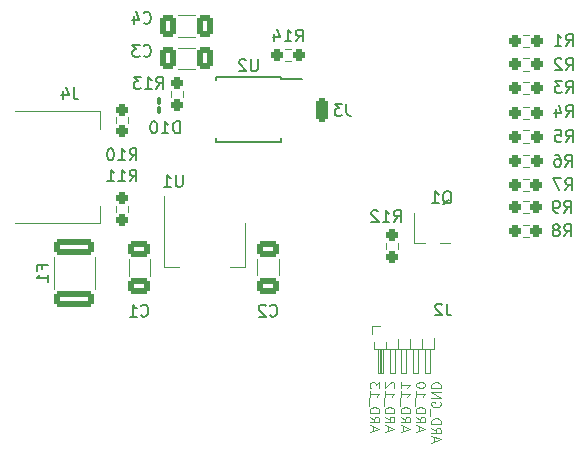
<source format=gbo>
G04 #@! TF.GenerationSoftware,KiCad,Pcbnew,7.0.9*
G04 #@! TF.CreationDate,2023-11-26T00:11:53+01:00*
G04 #@! TF.ProjectId,v1,76312e6b-6963-4616-945f-706362585858,rev?*
G04 #@! TF.SameCoordinates,Original*
G04 #@! TF.FileFunction,Legend,Bot*
G04 #@! TF.FilePolarity,Positive*
%FSLAX46Y46*%
G04 Gerber Fmt 4.6, Leading zero omitted, Abs format (unit mm)*
G04 Created by KiCad (PCBNEW 7.0.9) date 2023-11-26 00:11:53*
%MOMM*%
%LPD*%
G01*
G04 APERTURE LIST*
G04 Aperture macros list*
%AMRoundRect*
0 Rectangle with rounded corners*
0 $1 Rounding radius*
0 $2 $3 $4 $5 $6 $7 $8 $9 X,Y pos of 4 corners*
0 Add a 4 corners polygon primitive as box body*
4,1,4,$2,$3,$4,$5,$6,$7,$8,$9,$2,$3,0*
0 Add four circle primitives for the rounded corners*
1,1,$1+$1,$2,$3*
1,1,$1+$1,$4,$5*
1,1,$1+$1,$6,$7*
1,1,$1+$1,$8,$9*
0 Add four rect primitives between the rounded corners*
20,1,$1+$1,$2,$3,$4,$5,0*
20,1,$1+$1,$4,$5,$6,$7,0*
20,1,$1+$1,$6,$7,$8,$9,0*
20,1,$1+$1,$8,$9,$2,$3,0*%
G04 Aperture macros list end*
%ADD10C,0.100000*%
%ADD11C,0.150000*%
%ADD12C,0.120000*%
%ADD13R,0.850000X0.850000*%
%ADD14O,0.850000X0.850000*%
%ADD15R,1.000000X1.400000*%
%ADD16RoundRect,0.250000X-0.650000X0.412500X-0.650000X-0.412500X0.650000X-0.412500X0.650000X0.412500X0*%
%ADD17RoundRect,0.237500X-0.237500X0.250000X-0.237500X-0.250000X0.237500X-0.250000X0.237500X0.250000X0*%
%ADD18RoundRect,0.250000X-0.412500X-0.650000X0.412500X-0.650000X0.412500X0.650000X-0.412500X0.650000X0*%
%ADD19RoundRect,0.237500X-0.250000X-0.237500X0.250000X-0.237500X0.250000X0.237500X-0.250000X0.237500X0*%
%ADD20R,1.500000X2.000000*%
%ADD21R,3.800000X2.000000*%
%ADD22RoundRect,0.250000X-1.450000X0.400000X-1.450000X-0.400000X1.450000X-0.400000X1.450000X0.400000X0*%
%ADD23RoundRect,0.237500X0.237500X-0.250000X0.237500X0.250000X-0.237500X0.250000X-0.237500X-0.250000X0*%
%ADD24RoundRect,0.250000X0.250000X0.750000X-0.250000X0.750000X-0.250000X-0.750000X0.250000X-0.750000X0*%
%ADD25RoundRect,0.250000X0.650000X-0.412500X0.650000X0.412500X-0.650000X0.412500X-0.650000X-0.412500X0*%
%ADD26RoundRect,0.100000X0.100000X-0.217500X0.100000X0.217500X-0.100000X0.217500X-0.100000X-0.217500X0*%
%ADD27RoundRect,0.237500X0.250000X0.237500X-0.250000X0.237500X-0.250000X-0.237500X0.250000X-0.237500X0*%
%ADD28R,1.700000X0.650000*%
%ADD29C,0.650000*%
%ADD30O,0.650000X0.950000*%
%ADD31R,0.700000X0.300000*%
%ADD32O,1.400000X0.800000*%
G04 APERTURE END LIST*
D10*
X153951676Y-123632456D02*
X153951676Y-123251503D01*
X153723104Y-123708646D02*
X154523104Y-123441979D01*
X154523104Y-123441979D02*
X153723104Y-123175313D01*
X153723104Y-122451503D02*
X154104057Y-122718170D01*
X153723104Y-122908646D02*
X154523104Y-122908646D01*
X154523104Y-122908646D02*
X154523104Y-122603884D01*
X154523104Y-122603884D02*
X154485009Y-122527694D01*
X154485009Y-122527694D02*
X154446914Y-122489599D01*
X154446914Y-122489599D02*
X154370723Y-122451503D01*
X154370723Y-122451503D02*
X154256438Y-122451503D01*
X154256438Y-122451503D02*
X154180247Y-122489599D01*
X154180247Y-122489599D02*
X154142152Y-122527694D01*
X154142152Y-122527694D02*
X154104057Y-122603884D01*
X154104057Y-122603884D02*
X154104057Y-122908646D01*
X153723104Y-122108646D02*
X154523104Y-122108646D01*
X154523104Y-122108646D02*
X154523104Y-121918170D01*
X154523104Y-121918170D02*
X154485009Y-121803884D01*
X154485009Y-121803884D02*
X154408819Y-121727694D01*
X154408819Y-121727694D02*
X154332628Y-121689599D01*
X154332628Y-121689599D02*
X154180247Y-121651503D01*
X154180247Y-121651503D02*
X154065961Y-121651503D01*
X154065961Y-121651503D02*
X153913580Y-121689599D01*
X153913580Y-121689599D02*
X153837390Y-121727694D01*
X153837390Y-121727694D02*
X153761200Y-121803884D01*
X153761200Y-121803884D02*
X153723104Y-121918170D01*
X153723104Y-121918170D02*
X153723104Y-122108646D01*
X153646914Y-121499123D02*
X153646914Y-120889599D01*
X153723104Y-120280075D02*
X153723104Y-120737218D01*
X153723104Y-120508646D02*
X154523104Y-120508646D01*
X154523104Y-120508646D02*
X154408819Y-120584837D01*
X154408819Y-120584837D02*
X154332628Y-120661027D01*
X154332628Y-120661027D02*
X154294533Y-120737218D01*
X154446914Y-119975313D02*
X154485009Y-119937217D01*
X154485009Y-119937217D02*
X154523104Y-119861027D01*
X154523104Y-119861027D02*
X154523104Y-119670551D01*
X154523104Y-119670551D02*
X154485009Y-119594360D01*
X154485009Y-119594360D02*
X154446914Y-119556265D01*
X154446914Y-119556265D02*
X154370723Y-119518170D01*
X154370723Y-119518170D02*
X154294533Y-119518170D01*
X154294533Y-119518170D02*
X154180247Y-119556265D01*
X154180247Y-119556265D02*
X153723104Y-120013408D01*
X153723104Y-120013408D02*
X153723104Y-119518170D01*
X155270476Y-123632456D02*
X155270476Y-123251503D01*
X155041904Y-123708646D02*
X155841904Y-123441979D01*
X155841904Y-123441979D02*
X155041904Y-123175313D01*
X155041904Y-122451503D02*
X155422857Y-122718170D01*
X155041904Y-122908646D02*
X155841904Y-122908646D01*
X155841904Y-122908646D02*
X155841904Y-122603884D01*
X155841904Y-122603884D02*
X155803809Y-122527694D01*
X155803809Y-122527694D02*
X155765714Y-122489599D01*
X155765714Y-122489599D02*
X155689523Y-122451503D01*
X155689523Y-122451503D02*
X155575238Y-122451503D01*
X155575238Y-122451503D02*
X155499047Y-122489599D01*
X155499047Y-122489599D02*
X155460952Y-122527694D01*
X155460952Y-122527694D02*
X155422857Y-122603884D01*
X155422857Y-122603884D02*
X155422857Y-122908646D01*
X155041904Y-122108646D02*
X155841904Y-122108646D01*
X155841904Y-122108646D02*
X155841904Y-121918170D01*
X155841904Y-121918170D02*
X155803809Y-121803884D01*
X155803809Y-121803884D02*
X155727619Y-121727694D01*
X155727619Y-121727694D02*
X155651428Y-121689599D01*
X155651428Y-121689599D02*
X155499047Y-121651503D01*
X155499047Y-121651503D02*
X155384761Y-121651503D01*
X155384761Y-121651503D02*
X155232380Y-121689599D01*
X155232380Y-121689599D02*
X155156190Y-121727694D01*
X155156190Y-121727694D02*
X155080000Y-121803884D01*
X155080000Y-121803884D02*
X155041904Y-121918170D01*
X155041904Y-121918170D02*
X155041904Y-122108646D01*
X154965714Y-121499123D02*
X154965714Y-120889599D01*
X155041904Y-120280075D02*
X155041904Y-120737218D01*
X155041904Y-120508646D02*
X155841904Y-120508646D01*
X155841904Y-120508646D02*
X155727619Y-120584837D01*
X155727619Y-120584837D02*
X155651428Y-120661027D01*
X155651428Y-120661027D02*
X155613333Y-120737218D01*
X155041904Y-119518170D02*
X155041904Y-119975313D01*
X155041904Y-119746741D02*
X155841904Y-119746741D01*
X155841904Y-119746741D02*
X155727619Y-119822932D01*
X155727619Y-119822932D02*
X155651428Y-119899122D01*
X155651428Y-119899122D02*
X155613333Y-119975313D01*
X156570476Y-123632456D02*
X156570476Y-123251503D01*
X156341904Y-123708646D02*
X157141904Y-123441979D01*
X157141904Y-123441979D02*
X156341904Y-123175313D01*
X156341904Y-122451503D02*
X156722857Y-122718170D01*
X156341904Y-122908646D02*
X157141904Y-122908646D01*
X157141904Y-122908646D02*
X157141904Y-122603884D01*
X157141904Y-122603884D02*
X157103809Y-122527694D01*
X157103809Y-122527694D02*
X157065714Y-122489599D01*
X157065714Y-122489599D02*
X156989523Y-122451503D01*
X156989523Y-122451503D02*
X156875238Y-122451503D01*
X156875238Y-122451503D02*
X156799047Y-122489599D01*
X156799047Y-122489599D02*
X156760952Y-122527694D01*
X156760952Y-122527694D02*
X156722857Y-122603884D01*
X156722857Y-122603884D02*
X156722857Y-122908646D01*
X156341904Y-122108646D02*
X157141904Y-122108646D01*
X157141904Y-122108646D02*
X157141904Y-121918170D01*
X157141904Y-121918170D02*
X157103809Y-121803884D01*
X157103809Y-121803884D02*
X157027619Y-121727694D01*
X157027619Y-121727694D02*
X156951428Y-121689599D01*
X156951428Y-121689599D02*
X156799047Y-121651503D01*
X156799047Y-121651503D02*
X156684761Y-121651503D01*
X156684761Y-121651503D02*
X156532380Y-121689599D01*
X156532380Y-121689599D02*
X156456190Y-121727694D01*
X156456190Y-121727694D02*
X156380000Y-121803884D01*
X156380000Y-121803884D02*
X156341904Y-121918170D01*
X156341904Y-121918170D02*
X156341904Y-122108646D01*
X156265714Y-121499123D02*
X156265714Y-120889599D01*
X156341904Y-120280075D02*
X156341904Y-120737218D01*
X156341904Y-120508646D02*
X157141904Y-120508646D01*
X157141904Y-120508646D02*
X157027619Y-120584837D01*
X157027619Y-120584837D02*
X156951428Y-120661027D01*
X156951428Y-120661027D02*
X156913333Y-120737218D01*
X157141904Y-119784836D02*
X157141904Y-119708646D01*
X157141904Y-119708646D02*
X157103809Y-119632455D01*
X157103809Y-119632455D02*
X157065714Y-119594360D01*
X157065714Y-119594360D02*
X156989523Y-119556265D01*
X156989523Y-119556265D02*
X156837142Y-119518170D01*
X156837142Y-119518170D02*
X156646666Y-119518170D01*
X156646666Y-119518170D02*
X156494285Y-119556265D01*
X156494285Y-119556265D02*
X156418095Y-119594360D01*
X156418095Y-119594360D02*
X156380000Y-119632455D01*
X156380000Y-119632455D02*
X156341904Y-119708646D01*
X156341904Y-119708646D02*
X156341904Y-119784836D01*
X156341904Y-119784836D02*
X156380000Y-119861027D01*
X156380000Y-119861027D02*
X156418095Y-119899122D01*
X156418095Y-119899122D02*
X156494285Y-119937217D01*
X156494285Y-119937217D02*
X156646666Y-119975313D01*
X156646666Y-119975313D02*
X156837142Y-119975313D01*
X156837142Y-119975313D02*
X156989523Y-119937217D01*
X156989523Y-119937217D02*
X157065714Y-119899122D01*
X157065714Y-119899122D02*
X157103809Y-119861027D01*
X157103809Y-119861027D02*
X157141904Y-119784836D01*
X152670476Y-123632456D02*
X152670476Y-123251503D01*
X152441904Y-123708646D02*
X153241904Y-123441979D01*
X153241904Y-123441979D02*
X152441904Y-123175313D01*
X152441904Y-122451503D02*
X152822857Y-122718170D01*
X152441904Y-122908646D02*
X153241904Y-122908646D01*
X153241904Y-122908646D02*
X153241904Y-122603884D01*
X153241904Y-122603884D02*
X153203809Y-122527694D01*
X153203809Y-122527694D02*
X153165714Y-122489599D01*
X153165714Y-122489599D02*
X153089523Y-122451503D01*
X153089523Y-122451503D02*
X152975238Y-122451503D01*
X152975238Y-122451503D02*
X152899047Y-122489599D01*
X152899047Y-122489599D02*
X152860952Y-122527694D01*
X152860952Y-122527694D02*
X152822857Y-122603884D01*
X152822857Y-122603884D02*
X152822857Y-122908646D01*
X152441904Y-122108646D02*
X153241904Y-122108646D01*
X153241904Y-122108646D02*
X153241904Y-121918170D01*
X153241904Y-121918170D02*
X153203809Y-121803884D01*
X153203809Y-121803884D02*
X153127619Y-121727694D01*
X153127619Y-121727694D02*
X153051428Y-121689599D01*
X153051428Y-121689599D02*
X152899047Y-121651503D01*
X152899047Y-121651503D02*
X152784761Y-121651503D01*
X152784761Y-121651503D02*
X152632380Y-121689599D01*
X152632380Y-121689599D02*
X152556190Y-121727694D01*
X152556190Y-121727694D02*
X152480000Y-121803884D01*
X152480000Y-121803884D02*
X152441904Y-121918170D01*
X152441904Y-121918170D02*
X152441904Y-122108646D01*
X152365714Y-121499123D02*
X152365714Y-120889599D01*
X152441904Y-120280075D02*
X152441904Y-120737218D01*
X152441904Y-120508646D02*
X153241904Y-120508646D01*
X153241904Y-120508646D02*
X153127619Y-120584837D01*
X153127619Y-120584837D02*
X153051428Y-120661027D01*
X153051428Y-120661027D02*
X153013333Y-120737218D01*
X153241904Y-120013408D02*
X153241904Y-119518170D01*
X153241904Y-119518170D02*
X152937142Y-119784836D01*
X152937142Y-119784836D02*
X152937142Y-119670551D01*
X152937142Y-119670551D02*
X152899047Y-119594360D01*
X152899047Y-119594360D02*
X152860952Y-119556265D01*
X152860952Y-119556265D02*
X152784761Y-119518170D01*
X152784761Y-119518170D02*
X152594285Y-119518170D01*
X152594285Y-119518170D02*
X152518095Y-119556265D01*
X152518095Y-119556265D02*
X152480000Y-119594360D01*
X152480000Y-119594360D02*
X152441904Y-119670551D01*
X152441904Y-119670551D02*
X152441904Y-119899122D01*
X152441904Y-119899122D02*
X152480000Y-119975313D01*
X152480000Y-119975313D02*
X152518095Y-120013408D01*
X157870476Y-124546741D02*
X157870476Y-124165788D01*
X157641904Y-124622931D02*
X158441904Y-124356264D01*
X158441904Y-124356264D02*
X157641904Y-124089598D01*
X157641904Y-123365788D02*
X158022857Y-123632455D01*
X157641904Y-123822931D02*
X158441904Y-123822931D01*
X158441904Y-123822931D02*
X158441904Y-123518169D01*
X158441904Y-123518169D02*
X158403809Y-123441979D01*
X158403809Y-123441979D02*
X158365714Y-123403884D01*
X158365714Y-123403884D02*
X158289523Y-123365788D01*
X158289523Y-123365788D02*
X158175238Y-123365788D01*
X158175238Y-123365788D02*
X158099047Y-123403884D01*
X158099047Y-123403884D02*
X158060952Y-123441979D01*
X158060952Y-123441979D02*
X158022857Y-123518169D01*
X158022857Y-123518169D02*
X158022857Y-123822931D01*
X157641904Y-123022931D02*
X158441904Y-123022931D01*
X158441904Y-123022931D02*
X158441904Y-122832455D01*
X158441904Y-122832455D02*
X158403809Y-122718169D01*
X158403809Y-122718169D02*
X158327619Y-122641979D01*
X158327619Y-122641979D02*
X158251428Y-122603884D01*
X158251428Y-122603884D02*
X158099047Y-122565788D01*
X158099047Y-122565788D02*
X157984761Y-122565788D01*
X157984761Y-122565788D02*
X157832380Y-122603884D01*
X157832380Y-122603884D02*
X157756190Y-122641979D01*
X157756190Y-122641979D02*
X157680000Y-122718169D01*
X157680000Y-122718169D02*
X157641904Y-122832455D01*
X157641904Y-122832455D02*
X157641904Y-123022931D01*
X157565714Y-122413408D02*
X157565714Y-121803884D01*
X158403809Y-121194360D02*
X158441904Y-121270550D01*
X158441904Y-121270550D02*
X158441904Y-121384836D01*
X158441904Y-121384836D02*
X158403809Y-121499122D01*
X158403809Y-121499122D02*
X158327619Y-121575312D01*
X158327619Y-121575312D02*
X158251428Y-121613407D01*
X158251428Y-121613407D02*
X158099047Y-121651503D01*
X158099047Y-121651503D02*
X157984761Y-121651503D01*
X157984761Y-121651503D02*
X157832380Y-121613407D01*
X157832380Y-121613407D02*
X157756190Y-121575312D01*
X157756190Y-121575312D02*
X157680000Y-121499122D01*
X157680000Y-121499122D02*
X157641904Y-121384836D01*
X157641904Y-121384836D02*
X157641904Y-121308645D01*
X157641904Y-121308645D02*
X157680000Y-121194360D01*
X157680000Y-121194360D02*
X157718095Y-121156264D01*
X157718095Y-121156264D02*
X157984761Y-121156264D01*
X157984761Y-121156264D02*
X157984761Y-121308645D01*
X157641904Y-120813407D02*
X158441904Y-120813407D01*
X158441904Y-120813407D02*
X157641904Y-120356264D01*
X157641904Y-120356264D02*
X158441904Y-120356264D01*
X157641904Y-119975312D02*
X158441904Y-119975312D01*
X158441904Y-119975312D02*
X158441904Y-119784836D01*
X158441904Y-119784836D02*
X158403809Y-119670550D01*
X158403809Y-119670550D02*
X158327619Y-119594360D01*
X158327619Y-119594360D02*
X158251428Y-119556265D01*
X158251428Y-119556265D02*
X158099047Y-119518169D01*
X158099047Y-119518169D02*
X157984761Y-119518169D01*
X157984761Y-119518169D02*
X157832380Y-119556265D01*
X157832380Y-119556265D02*
X157756190Y-119594360D01*
X157756190Y-119594360D02*
X157680000Y-119670550D01*
X157680000Y-119670550D02*
X157641904Y-119784836D01*
X157641904Y-119784836D02*
X157641904Y-119975312D01*
D11*
X158953333Y-112854819D02*
X158953333Y-113569104D01*
X158953333Y-113569104D02*
X159000952Y-113711961D01*
X159000952Y-113711961D02*
X159096190Y-113807200D01*
X159096190Y-113807200D02*
X159239047Y-113854819D01*
X159239047Y-113854819D02*
X159334285Y-113854819D01*
X158524761Y-112950057D02*
X158477142Y-112902438D01*
X158477142Y-112902438D02*
X158381904Y-112854819D01*
X158381904Y-112854819D02*
X158143809Y-112854819D01*
X158143809Y-112854819D02*
X158048571Y-112902438D01*
X158048571Y-112902438D02*
X158000952Y-112950057D01*
X158000952Y-112950057D02*
X157953333Y-113045295D01*
X157953333Y-113045295D02*
X157953333Y-113140533D01*
X157953333Y-113140533D02*
X158000952Y-113283390D01*
X158000952Y-113283390D02*
X158572380Y-113854819D01*
X158572380Y-113854819D02*
X157953333Y-113854819D01*
X158615238Y-104450057D02*
X158710476Y-104402438D01*
X158710476Y-104402438D02*
X158805714Y-104307200D01*
X158805714Y-104307200D02*
X158948571Y-104164342D01*
X158948571Y-104164342D02*
X159043809Y-104116723D01*
X159043809Y-104116723D02*
X159139047Y-104116723D01*
X159091428Y-104354819D02*
X159186666Y-104307200D01*
X159186666Y-104307200D02*
X159281904Y-104211961D01*
X159281904Y-104211961D02*
X159329523Y-104021485D01*
X159329523Y-104021485D02*
X159329523Y-103688152D01*
X159329523Y-103688152D02*
X159281904Y-103497676D01*
X159281904Y-103497676D02*
X159186666Y-103402438D01*
X159186666Y-103402438D02*
X159091428Y-103354819D01*
X159091428Y-103354819D02*
X158900952Y-103354819D01*
X158900952Y-103354819D02*
X158805714Y-103402438D01*
X158805714Y-103402438D02*
X158710476Y-103497676D01*
X158710476Y-103497676D02*
X158662857Y-103688152D01*
X158662857Y-103688152D02*
X158662857Y-104021485D01*
X158662857Y-104021485D02*
X158710476Y-104211961D01*
X158710476Y-104211961D02*
X158805714Y-104307200D01*
X158805714Y-104307200D02*
X158900952Y-104354819D01*
X158900952Y-104354819D02*
X159091428Y-104354819D01*
X157710476Y-104354819D02*
X158281904Y-104354819D01*
X157996190Y-104354819D02*
X157996190Y-103354819D01*
X157996190Y-103354819D02*
X158091428Y-103497676D01*
X158091428Y-103497676D02*
X158186666Y-103592914D01*
X158186666Y-103592914D02*
X158281904Y-103640533D01*
X143986666Y-113859580D02*
X144034285Y-113907200D01*
X144034285Y-113907200D02*
X144177142Y-113954819D01*
X144177142Y-113954819D02*
X144272380Y-113954819D01*
X144272380Y-113954819D02*
X144415237Y-113907200D01*
X144415237Y-113907200D02*
X144510475Y-113811961D01*
X144510475Y-113811961D02*
X144558094Y-113716723D01*
X144558094Y-113716723D02*
X144605713Y-113526247D01*
X144605713Y-113526247D02*
X144605713Y-113383390D01*
X144605713Y-113383390D02*
X144558094Y-113192914D01*
X144558094Y-113192914D02*
X144510475Y-113097676D01*
X144510475Y-113097676D02*
X144415237Y-113002438D01*
X144415237Y-113002438D02*
X144272380Y-112954819D01*
X144272380Y-112954819D02*
X144177142Y-112954819D01*
X144177142Y-112954819D02*
X144034285Y-113002438D01*
X144034285Y-113002438D02*
X143986666Y-113050057D01*
X143605713Y-113050057D02*
X143558094Y-113002438D01*
X143558094Y-113002438D02*
X143462856Y-112954819D01*
X143462856Y-112954819D02*
X143224761Y-112954819D01*
X143224761Y-112954819D02*
X143129523Y-113002438D01*
X143129523Y-113002438D02*
X143081904Y-113050057D01*
X143081904Y-113050057D02*
X143034285Y-113145295D01*
X143034285Y-113145295D02*
X143034285Y-113240533D01*
X143034285Y-113240533D02*
X143081904Y-113383390D01*
X143081904Y-113383390D02*
X143653332Y-113954819D01*
X143653332Y-113954819D02*
X143034285Y-113954819D01*
X132102457Y-100710419D02*
X132435790Y-100234228D01*
X132673885Y-100710419D02*
X132673885Y-99710419D01*
X132673885Y-99710419D02*
X132292933Y-99710419D01*
X132292933Y-99710419D02*
X132197695Y-99758038D01*
X132197695Y-99758038D02*
X132150076Y-99805657D01*
X132150076Y-99805657D02*
X132102457Y-99900895D01*
X132102457Y-99900895D02*
X132102457Y-100043752D01*
X132102457Y-100043752D02*
X132150076Y-100138990D01*
X132150076Y-100138990D02*
X132197695Y-100186609D01*
X132197695Y-100186609D02*
X132292933Y-100234228D01*
X132292933Y-100234228D02*
X132673885Y-100234228D01*
X131150076Y-100710419D02*
X131721504Y-100710419D01*
X131435790Y-100710419D02*
X131435790Y-99710419D01*
X131435790Y-99710419D02*
X131531028Y-99853276D01*
X131531028Y-99853276D02*
X131626266Y-99948514D01*
X131626266Y-99948514D02*
X131721504Y-99996133D01*
X130531028Y-99710419D02*
X130435790Y-99710419D01*
X130435790Y-99710419D02*
X130340552Y-99758038D01*
X130340552Y-99758038D02*
X130292933Y-99805657D01*
X130292933Y-99805657D02*
X130245314Y-99900895D01*
X130245314Y-99900895D02*
X130197695Y-100091371D01*
X130197695Y-100091371D02*
X130197695Y-100329466D01*
X130197695Y-100329466D02*
X130245314Y-100519942D01*
X130245314Y-100519942D02*
X130292933Y-100615180D01*
X130292933Y-100615180D02*
X130340552Y-100662800D01*
X130340552Y-100662800D02*
X130435790Y-100710419D01*
X130435790Y-100710419D02*
X130531028Y-100710419D01*
X130531028Y-100710419D02*
X130626266Y-100662800D01*
X130626266Y-100662800D02*
X130673885Y-100615180D01*
X130673885Y-100615180D02*
X130721504Y-100519942D01*
X130721504Y-100519942D02*
X130769123Y-100329466D01*
X130769123Y-100329466D02*
X130769123Y-100091371D01*
X130769123Y-100091371D02*
X130721504Y-99900895D01*
X130721504Y-99900895D02*
X130673885Y-99805657D01*
X130673885Y-99805657D02*
X130626266Y-99758038D01*
X130626266Y-99758038D02*
X130531028Y-99710419D01*
X133286666Y-89059580D02*
X133334285Y-89107200D01*
X133334285Y-89107200D02*
X133477142Y-89154819D01*
X133477142Y-89154819D02*
X133572380Y-89154819D01*
X133572380Y-89154819D02*
X133715237Y-89107200D01*
X133715237Y-89107200D02*
X133810475Y-89011961D01*
X133810475Y-89011961D02*
X133858094Y-88916723D01*
X133858094Y-88916723D02*
X133905713Y-88726247D01*
X133905713Y-88726247D02*
X133905713Y-88583390D01*
X133905713Y-88583390D02*
X133858094Y-88392914D01*
X133858094Y-88392914D02*
X133810475Y-88297676D01*
X133810475Y-88297676D02*
X133715237Y-88202438D01*
X133715237Y-88202438D02*
X133572380Y-88154819D01*
X133572380Y-88154819D02*
X133477142Y-88154819D01*
X133477142Y-88154819D02*
X133334285Y-88202438D01*
X133334285Y-88202438D02*
X133286666Y-88250057D01*
X132429523Y-88488152D02*
X132429523Y-89154819D01*
X132667618Y-88107200D02*
X132905713Y-88821485D01*
X132905713Y-88821485D02*
X132286666Y-88821485D01*
X169036666Y-95017619D02*
X169369999Y-94541428D01*
X169608094Y-95017619D02*
X169608094Y-94017619D01*
X169608094Y-94017619D02*
X169227142Y-94017619D01*
X169227142Y-94017619D02*
X169131904Y-94065238D01*
X169131904Y-94065238D02*
X169084285Y-94112857D01*
X169084285Y-94112857D02*
X169036666Y-94208095D01*
X169036666Y-94208095D02*
X169036666Y-94350952D01*
X169036666Y-94350952D02*
X169084285Y-94446190D01*
X169084285Y-94446190D02*
X169131904Y-94493809D01*
X169131904Y-94493809D02*
X169227142Y-94541428D01*
X169227142Y-94541428D02*
X169608094Y-94541428D01*
X168703332Y-94017619D02*
X168084285Y-94017619D01*
X168084285Y-94017619D02*
X168417618Y-94398571D01*
X168417618Y-94398571D02*
X168274761Y-94398571D01*
X168274761Y-94398571D02*
X168179523Y-94446190D01*
X168179523Y-94446190D02*
X168131904Y-94493809D01*
X168131904Y-94493809D02*
X168084285Y-94589047D01*
X168084285Y-94589047D02*
X168084285Y-94827142D01*
X168084285Y-94827142D02*
X168131904Y-94922380D01*
X168131904Y-94922380D02*
X168179523Y-94970000D01*
X168179523Y-94970000D02*
X168274761Y-95017619D01*
X168274761Y-95017619D02*
X168560475Y-95017619D01*
X168560475Y-95017619D02*
X168655713Y-94970000D01*
X168655713Y-94970000D02*
X168703332Y-94922380D01*
X168886666Y-105154819D02*
X169219999Y-104678628D01*
X169458094Y-105154819D02*
X169458094Y-104154819D01*
X169458094Y-104154819D02*
X169077142Y-104154819D01*
X169077142Y-104154819D02*
X168981904Y-104202438D01*
X168981904Y-104202438D02*
X168934285Y-104250057D01*
X168934285Y-104250057D02*
X168886666Y-104345295D01*
X168886666Y-104345295D02*
X168886666Y-104488152D01*
X168886666Y-104488152D02*
X168934285Y-104583390D01*
X168934285Y-104583390D02*
X168981904Y-104631009D01*
X168981904Y-104631009D02*
X169077142Y-104678628D01*
X169077142Y-104678628D02*
X169458094Y-104678628D01*
X168410475Y-105154819D02*
X168219999Y-105154819D01*
X168219999Y-105154819D02*
X168124761Y-105107200D01*
X168124761Y-105107200D02*
X168077142Y-105059580D01*
X168077142Y-105059580D02*
X167981904Y-104916723D01*
X167981904Y-104916723D02*
X167934285Y-104726247D01*
X167934285Y-104726247D02*
X167934285Y-104345295D01*
X167934285Y-104345295D02*
X167981904Y-104250057D01*
X167981904Y-104250057D02*
X168029523Y-104202438D01*
X168029523Y-104202438D02*
X168124761Y-104154819D01*
X168124761Y-104154819D02*
X168315237Y-104154819D01*
X168315237Y-104154819D02*
X168410475Y-104202438D01*
X168410475Y-104202438D02*
X168458094Y-104250057D01*
X168458094Y-104250057D02*
X168505713Y-104345295D01*
X168505713Y-104345295D02*
X168505713Y-104583390D01*
X168505713Y-104583390D02*
X168458094Y-104678628D01*
X168458094Y-104678628D02*
X168410475Y-104726247D01*
X168410475Y-104726247D02*
X168315237Y-104773866D01*
X168315237Y-104773866D02*
X168124761Y-104773866D01*
X168124761Y-104773866D02*
X168029523Y-104726247D01*
X168029523Y-104726247D02*
X167981904Y-104678628D01*
X167981904Y-104678628D02*
X167934285Y-104583390D01*
X168986666Y-101254819D02*
X169319999Y-100778628D01*
X169558094Y-101254819D02*
X169558094Y-100254819D01*
X169558094Y-100254819D02*
X169177142Y-100254819D01*
X169177142Y-100254819D02*
X169081904Y-100302438D01*
X169081904Y-100302438D02*
X169034285Y-100350057D01*
X169034285Y-100350057D02*
X168986666Y-100445295D01*
X168986666Y-100445295D02*
X168986666Y-100588152D01*
X168986666Y-100588152D02*
X169034285Y-100683390D01*
X169034285Y-100683390D02*
X169081904Y-100731009D01*
X169081904Y-100731009D02*
X169177142Y-100778628D01*
X169177142Y-100778628D02*
X169558094Y-100778628D01*
X168129523Y-100254819D02*
X168319999Y-100254819D01*
X168319999Y-100254819D02*
X168415237Y-100302438D01*
X168415237Y-100302438D02*
X168462856Y-100350057D01*
X168462856Y-100350057D02*
X168558094Y-100492914D01*
X168558094Y-100492914D02*
X168605713Y-100683390D01*
X168605713Y-100683390D02*
X168605713Y-101064342D01*
X168605713Y-101064342D02*
X168558094Y-101159580D01*
X168558094Y-101159580D02*
X168510475Y-101207200D01*
X168510475Y-101207200D02*
X168415237Y-101254819D01*
X168415237Y-101254819D02*
X168224761Y-101254819D01*
X168224761Y-101254819D02*
X168129523Y-101207200D01*
X168129523Y-101207200D02*
X168081904Y-101159580D01*
X168081904Y-101159580D02*
X168034285Y-101064342D01*
X168034285Y-101064342D02*
X168034285Y-100826247D01*
X168034285Y-100826247D02*
X168081904Y-100731009D01*
X168081904Y-100731009D02*
X168129523Y-100683390D01*
X168129523Y-100683390D02*
X168224761Y-100635771D01*
X168224761Y-100635771D02*
X168415237Y-100635771D01*
X168415237Y-100635771D02*
X168510475Y-100683390D01*
X168510475Y-100683390D02*
X168558094Y-100731009D01*
X168558094Y-100731009D02*
X168605713Y-100826247D01*
X136581904Y-101954819D02*
X136581904Y-102764342D01*
X136581904Y-102764342D02*
X136534285Y-102859580D01*
X136534285Y-102859580D02*
X136486666Y-102907200D01*
X136486666Y-102907200D02*
X136391428Y-102954819D01*
X136391428Y-102954819D02*
X136200952Y-102954819D01*
X136200952Y-102954819D02*
X136105714Y-102907200D01*
X136105714Y-102907200D02*
X136058095Y-102859580D01*
X136058095Y-102859580D02*
X136010476Y-102764342D01*
X136010476Y-102764342D02*
X136010476Y-101954819D01*
X135010476Y-102954819D02*
X135581904Y-102954819D01*
X135296190Y-102954819D02*
X135296190Y-101954819D01*
X135296190Y-101954819D02*
X135391428Y-102097676D01*
X135391428Y-102097676D02*
X135486666Y-102192914D01*
X135486666Y-102192914D02*
X135581904Y-102240533D01*
X132102457Y-102510419D02*
X132435790Y-102034228D01*
X132673885Y-102510419D02*
X132673885Y-101510419D01*
X132673885Y-101510419D02*
X132292933Y-101510419D01*
X132292933Y-101510419D02*
X132197695Y-101558038D01*
X132197695Y-101558038D02*
X132150076Y-101605657D01*
X132150076Y-101605657D02*
X132102457Y-101700895D01*
X132102457Y-101700895D02*
X132102457Y-101843752D01*
X132102457Y-101843752D02*
X132150076Y-101938990D01*
X132150076Y-101938990D02*
X132197695Y-101986609D01*
X132197695Y-101986609D02*
X132292933Y-102034228D01*
X132292933Y-102034228D02*
X132673885Y-102034228D01*
X131150076Y-102510419D02*
X131721504Y-102510419D01*
X131435790Y-102510419D02*
X131435790Y-101510419D01*
X131435790Y-101510419D02*
X131531028Y-101653276D01*
X131531028Y-101653276D02*
X131626266Y-101748514D01*
X131626266Y-101748514D02*
X131721504Y-101796133D01*
X130197695Y-102510419D02*
X130769123Y-102510419D01*
X130483409Y-102510419D02*
X130483409Y-101510419D01*
X130483409Y-101510419D02*
X130578647Y-101653276D01*
X130578647Y-101653276D02*
X130673885Y-101748514D01*
X130673885Y-101748514D02*
X130769123Y-101796133D01*
X124701009Y-109941666D02*
X124701009Y-109608333D01*
X125224819Y-109608333D02*
X124224819Y-109608333D01*
X124224819Y-109608333D02*
X124224819Y-110084523D01*
X125224819Y-110989285D02*
X125224819Y-110417857D01*
X125224819Y-110703571D02*
X124224819Y-110703571D01*
X124224819Y-110703571D02*
X124367676Y-110608333D01*
X124367676Y-110608333D02*
X124462914Y-110513095D01*
X124462914Y-110513095D02*
X124510533Y-110417857D01*
X154462857Y-105954819D02*
X154796190Y-105478628D01*
X155034285Y-105954819D02*
X155034285Y-104954819D01*
X155034285Y-104954819D02*
X154653333Y-104954819D01*
X154653333Y-104954819D02*
X154558095Y-105002438D01*
X154558095Y-105002438D02*
X154510476Y-105050057D01*
X154510476Y-105050057D02*
X154462857Y-105145295D01*
X154462857Y-105145295D02*
X154462857Y-105288152D01*
X154462857Y-105288152D02*
X154510476Y-105383390D01*
X154510476Y-105383390D02*
X154558095Y-105431009D01*
X154558095Y-105431009D02*
X154653333Y-105478628D01*
X154653333Y-105478628D02*
X155034285Y-105478628D01*
X153510476Y-105954819D02*
X154081904Y-105954819D01*
X153796190Y-105954819D02*
X153796190Y-104954819D01*
X153796190Y-104954819D02*
X153891428Y-105097676D01*
X153891428Y-105097676D02*
X153986666Y-105192914D01*
X153986666Y-105192914D02*
X154081904Y-105240533D01*
X153129523Y-105050057D02*
X153081904Y-105002438D01*
X153081904Y-105002438D02*
X152986666Y-104954819D01*
X152986666Y-104954819D02*
X152748571Y-104954819D01*
X152748571Y-104954819D02*
X152653333Y-105002438D01*
X152653333Y-105002438D02*
X152605714Y-105050057D01*
X152605714Y-105050057D02*
X152558095Y-105145295D01*
X152558095Y-105145295D02*
X152558095Y-105240533D01*
X152558095Y-105240533D02*
X152605714Y-105383390D01*
X152605714Y-105383390D02*
X153177142Y-105954819D01*
X153177142Y-105954819D02*
X152558095Y-105954819D01*
X169036666Y-99164819D02*
X169369999Y-98688628D01*
X169608094Y-99164819D02*
X169608094Y-98164819D01*
X169608094Y-98164819D02*
X169227142Y-98164819D01*
X169227142Y-98164819D02*
X169131904Y-98212438D01*
X169131904Y-98212438D02*
X169084285Y-98260057D01*
X169084285Y-98260057D02*
X169036666Y-98355295D01*
X169036666Y-98355295D02*
X169036666Y-98498152D01*
X169036666Y-98498152D02*
X169084285Y-98593390D01*
X169084285Y-98593390D02*
X169131904Y-98641009D01*
X169131904Y-98641009D02*
X169227142Y-98688628D01*
X169227142Y-98688628D02*
X169608094Y-98688628D01*
X168131904Y-98164819D02*
X168608094Y-98164819D01*
X168608094Y-98164819D02*
X168655713Y-98641009D01*
X168655713Y-98641009D02*
X168608094Y-98593390D01*
X168608094Y-98593390D02*
X168512856Y-98545771D01*
X168512856Y-98545771D02*
X168274761Y-98545771D01*
X168274761Y-98545771D02*
X168179523Y-98593390D01*
X168179523Y-98593390D02*
X168131904Y-98641009D01*
X168131904Y-98641009D02*
X168084285Y-98736247D01*
X168084285Y-98736247D02*
X168084285Y-98974342D01*
X168084285Y-98974342D02*
X168131904Y-99069580D01*
X168131904Y-99069580D02*
X168179523Y-99117200D01*
X168179523Y-99117200D02*
X168274761Y-99164819D01*
X168274761Y-99164819D02*
X168512856Y-99164819D01*
X168512856Y-99164819D02*
X168608094Y-99117200D01*
X168608094Y-99117200D02*
X168655713Y-99069580D01*
X150453333Y-95954819D02*
X150453333Y-96669104D01*
X150453333Y-96669104D02*
X150500952Y-96811961D01*
X150500952Y-96811961D02*
X150596190Y-96907200D01*
X150596190Y-96907200D02*
X150739047Y-96954819D01*
X150739047Y-96954819D02*
X150834285Y-96954819D01*
X150072380Y-95954819D02*
X149453333Y-95954819D01*
X149453333Y-95954819D02*
X149786666Y-96335771D01*
X149786666Y-96335771D02*
X149643809Y-96335771D01*
X149643809Y-96335771D02*
X149548571Y-96383390D01*
X149548571Y-96383390D02*
X149500952Y-96431009D01*
X149500952Y-96431009D02*
X149453333Y-96526247D01*
X149453333Y-96526247D02*
X149453333Y-96764342D01*
X149453333Y-96764342D02*
X149500952Y-96859580D01*
X149500952Y-96859580D02*
X149548571Y-96907200D01*
X149548571Y-96907200D02*
X149643809Y-96954819D01*
X149643809Y-96954819D02*
X149929523Y-96954819D01*
X149929523Y-96954819D02*
X150024761Y-96907200D01*
X150024761Y-96907200D02*
X150072380Y-96859580D01*
X133070666Y-113859580D02*
X133118285Y-113907200D01*
X133118285Y-113907200D02*
X133261142Y-113954819D01*
X133261142Y-113954819D02*
X133356380Y-113954819D01*
X133356380Y-113954819D02*
X133499237Y-113907200D01*
X133499237Y-113907200D02*
X133594475Y-113811961D01*
X133594475Y-113811961D02*
X133642094Y-113716723D01*
X133642094Y-113716723D02*
X133689713Y-113526247D01*
X133689713Y-113526247D02*
X133689713Y-113383390D01*
X133689713Y-113383390D02*
X133642094Y-113192914D01*
X133642094Y-113192914D02*
X133594475Y-113097676D01*
X133594475Y-113097676D02*
X133499237Y-113002438D01*
X133499237Y-113002438D02*
X133356380Y-112954819D01*
X133356380Y-112954819D02*
X133261142Y-112954819D01*
X133261142Y-112954819D02*
X133118285Y-113002438D01*
X133118285Y-113002438D02*
X133070666Y-113050057D01*
X132118285Y-113954819D02*
X132689713Y-113954819D01*
X132403999Y-113954819D02*
X132403999Y-112954819D01*
X132403999Y-112954819D02*
X132499237Y-113097676D01*
X132499237Y-113097676D02*
X132594475Y-113192914D01*
X132594475Y-113192914D02*
X132689713Y-113240533D01*
X136334285Y-98427319D02*
X136334285Y-97427319D01*
X136334285Y-97427319D02*
X136096190Y-97427319D01*
X136096190Y-97427319D02*
X135953333Y-97474938D01*
X135953333Y-97474938D02*
X135858095Y-97570176D01*
X135858095Y-97570176D02*
X135810476Y-97665414D01*
X135810476Y-97665414D02*
X135762857Y-97855890D01*
X135762857Y-97855890D02*
X135762857Y-97998747D01*
X135762857Y-97998747D02*
X135810476Y-98189223D01*
X135810476Y-98189223D02*
X135858095Y-98284461D01*
X135858095Y-98284461D02*
X135953333Y-98379700D01*
X135953333Y-98379700D02*
X136096190Y-98427319D01*
X136096190Y-98427319D02*
X136334285Y-98427319D01*
X134810476Y-98427319D02*
X135381904Y-98427319D01*
X135096190Y-98427319D02*
X135096190Y-97427319D01*
X135096190Y-97427319D02*
X135191428Y-97570176D01*
X135191428Y-97570176D02*
X135286666Y-97665414D01*
X135286666Y-97665414D02*
X135381904Y-97713033D01*
X134191428Y-97427319D02*
X134096190Y-97427319D01*
X134096190Y-97427319D02*
X134000952Y-97474938D01*
X134000952Y-97474938D02*
X133953333Y-97522557D01*
X133953333Y-97522557D02*
X133905714Y-97617795D01*
X133905714Y-97617795D02*
X133858095Y-97808271D01*
X133858095Y-97808271D02*
X133858095Y-98046366D01*
X133858095Y-98046366D02*
X133905714Y-98236842D01*
X133905714Y-98236842D02*
X133953333Y-98332080D01*
X133953333Y-98332080D02*
X134000952Y-98379700D01*
X134000952Y-98379700D02*
X134096190Y-98427319D01*
X134096190Y-98427319D02*
X134191428Y-98427319D01*
X134191428Y-98427319D02*
X134286666Y-98379700D01*
X134286666Y-98379700D02*
X134334285Y-98332080D01*
X134334285Y-98332080D02*
X134381904Y-98236842D01*
X134381904Y-98236842D02*
X134429523Y-98046366D01*
X134429523Y-98046366D02*
X134429523Y-97808271D01*
X134429523Y-97808271D02*
X134381904Y-97617795D01*
X134381904Y-97617795D02*
X134334285Y-97522557D01*
X134334285Y-97522557D02*
X134286666Y-97474938D01*
X134286666Y-97474938D02*
X134191428Y-97427319D01*
X169036666Y-93088819D02*
X169369999Y-92612628D01*
X169608094Y-93088819D02*
X169608094Y-92088819D01*
X169608094Y-92088819D02*
X169227142Y-92088819D01*
X169227142Y-92088819D02*
X169131904Y-92136438D01*
X169131904Y-92136438D02*
X169084285Y-92184057D01*
X169084285Y-92184057D02*
X169036666Y-92279295D01*
X169036666Y-92279295D02*
X169036666Y-92422152D01*
X169036666Y-92422152D02*
X169084285Y-92517390D01*
X169084285Y-92517390D02*
X169131904Y-92565009D01*
X169131904Y-92565009D02*
X169227142Y-92612628D01*
X169227142Y-92612628D02*
X169608094Y-92612628D01*
X168655713Y-92184057D02*
X168608094Y-92136438D01*
X168608094Y-92136438D02*
X168512856Y-92088819D01*
X168512856Y-92088819D02*
X168274761Y-92088819D01*
X168274761Y-92088819D02*
X168179523Y-92136438D01*
X168179523Y-92136438D02*
X168131904Y-92184057D01*
X168131904Y-92184057D02*
X168084285Y-92279295D01*
X168084285Y-92279295D02*
X168084285Y-92374533D01*
X168084285Y-92374533D02*
X168131904Y-92517390D01*
X168131904Y-92517390D02*
X168703332Y-93088819D01*
X168703332Y-93088819D02*
X168084285Y-93088819D01*
X168886666Y-107154819D02*
X169219999Y-106678628D01*
X169458094Y-107154819D02*
X169458094Y-106154819D01*
X169458094Y-106154819D02*
X169077142Y-106154819D01*
X169077142Y-106154819D02*
X168981904Y-106202438D01*
X168981904Y-106202438D02*
X168934285Y-106250057D01*
X168934285Y-106250057D02*
X168886666Y-106345295D01*
X168886666Y-106345295D02*
X168886666Y-106488152D01*
X168886666Y-106488152D02*
X168934285Y-106583390D01*
X168934285Y-106583390D02*
X168981904Y-106631009D01*
X168981904Y-106631009D02*
X169077142Y-106678628D01*
X169077142Y-106678628D02*
X169458094Y-106678628D01*
X168315237Y-106583390D02*
X168410475Y-106535771D01*
X168410475Y-106535771D02*
X168458094Y-106488152D01*
X168458094Y-106488152D02*
X168505713Y-106392914D01*
X168505713Y-106392914D02*
X168505713Y-106345295D01*
X168505713Y-106345295D02*
X168458094Y-106250057D01*
X168458094Y-106250057D02*
X168410475Y-106202438D01*
X168410475Y-106202438D02*
X168315237Y-106154819D01*
X168315237Y-106154819D02*
X168124761Y-106154819D01*
X168124761Y-106154819D02*
X168029523Y-106202438D01*
X168029523Y-106202438D02*
X167981904Y-106250057D01*
X167981904Y-106250057D02*
X167934285Y-106345295D01*
X167934285Y-106345295D02*
X167934285Y-106392914D01*
X167934285Y-106392914D02*
X167981904Y-106488152D01*
X167981904Y-106488152D02*
X168029523Y-106535771D01*
X168029523Y-106535771D02*
X168124761Y-106583390D01*
X168124761Y-106583390D02*
X168315237Y-106583390D01*
X168315237Y-106583390D02*
X168410475Y-106631009D01*
X168410475Y-106631009D02*
X168458094Y-106678628D01*
X168458094Y-106678628D02*
X168505713Y-106773866D01*
X168505713Y-106773866D02*
X168505713Y-106964342D01*
X168505713Y-106964342D02*
X168458094Y-107059580D01*
X168458094Y-107059580D02*
X168410475Y-107107200D01*
X168410475Y-107107200D02*
X168315237Y-107154819D01*
X168315237Y-107154819D02*
X168124761Y-107154819D01*
X168124761Y-107154819D02*
X168029523Y-107107200D01*
X168029523Y-107107200D02*
X167981904Y-107059580D01*
X167981904Y-107059580D02*
X167934285Y-106964342D01*
X167934285Y-106964342D02*
X167934285Y-106773866D01*
X167934285Y-106773866D02*
X167981904Y-106678628D01*
X167981904Y-106678628D02*
X168029523Y-106631009D01*
X168029523Y-106631009D02*
X168124761Y-106583390D01*
X169036666Y-91054819D02*
X169369999Y-90578628D01*
X169608094Y-91054819D02*
X169608094Y-90054819D01*
X169608094Y-90054819D02*
X169227142Y-90054819D01*
X169227142Y-90054819D02*
X169131904Y-90102438D01*
X169131904Y-90102438D02*
X169084285Y-90150057D01*
X169084285Y-90150057D02*
X169036666Y-90245295D01*
X169036666Y-90245295D02*
X169036666Y-90388152D01*
X169036666Y-90388152D02*
X169084285Y-90483390D01*
X169084285Y-90483390D02*
X169131904Y-90531009D01*
X169131904Y-90531009D02*
X169227142Y-90578628D01*
X169227142Y-90578628D02*
X169608094Y-90578628D01*
X168084285Y-91054819D02*
X168655713Y-91054819D01*
X168369999Y-91054819D02*
X168369999Y-90054819D01*
X168369999Y-90054819D02*
X168465237Y-90197676D01*
X168465237Y-90197676D02*
X168560475Y-90292914D01*
X168560475Y-90292914D02*
X168655713Y-90340533D01*
X168986666Y-103254819D02*
X169319999Y-102778628D01*
X169558094Y-103254819D02*
X169558094Y-102254819D01*
X169558094Y-102254819D02*
X169177142Y-102254819D01*
X169177142Y-102254819D02*
X169081904Y-102302438D01*
X169081904Y-102302438D02*
X169034285Y-102350057D01*
X169034285Y-102350057D02*
X168986666Y-102445295D01*
X168986666Y-102445295D02*
X168986666Y-102588152D01*
X168986666Y-102588152D02*
X169034285Y-102683390D01*
X169034285Y-102683390D02*
X169081904Y-102731009D01*
X169081904Y-102731009D02*
X169177142Y-102778628D01*
X169177142Y-102778628D02*
X169558094Y-102778628D01*
X168653332Y-102254819D02*
X167986666Y-102254819D01*
X167986666Y-102254819D02*
X168415237Y-103254819D01*
X146175357Y-90654819D02*
X146508690Y-90178628D01*
X146746785Y-90654819D02*
X146746785Y-89654819D01*
X146746785Y-89654819D02*
X146365833Y-89654819D01*
X146365833Y-89654819D02*
X146270595Y-89702438D01*
X146270595Y-89702438D02*
X146222976Y-89750057D01*
X146222976Y-89750057D02*
X146175357Y-89845295D01*
X146175357Y-89845295D02*
X146175357Y-89988152D01*
X146175357Y-89988152D02*
X146222976Y-90083390D01*
X146222976Y-90083390D02*
X146270595Y-90131009D01*
X146270595Y-90131009D02*
X146365833Y-90178628D01*
X146365833Y-90178628D02*
X146746785Y-90178628D01*
X145222976Y-90654819D02*
X145794404Y-90654819D01*
X145508690Y-90654819D02*
X145508690Y-89654819D01*
X145508690Y-89654819D02*
X145603928Y-89797676D01*
X145603928Y-89797676D02*
X145699166Y-89892914D01*
X145699166Y-89892914D02*
X145794404Y-89940533D01*
X144365833Y-89988152D02*
X144365833Y-90654819D01*
X144603928Y-89607200D02*
X144842023Y-90321485D01*
X144842023Y-90321485D02*
X144222976Y-90321485D01*
X133286666Y-91859580D02*
X133334285Y-91907200D01*
X133334285Y-91907200D02*
X133477142Y-91954819D01*
X133477142Y-91954819D02*
X133572380Y-91954819D01*
X133572380Y-91954819D02*
X133715237Y-91907200D01*
X133715237Y-91907200D02*
X133810475Y-91811961D01*
X133810475Y-91811961D02*
X133858094Y-91716723D01*
X133858094Y-91716723D02*
X133905713Y-91526247D01*
X133905713Y-91526247D02*
X133905713Y-91383390D01*
X133905713Y-91383390D02*
X133858094Y-91192914D01*
X133858094Y-91192914D02*
X133810475Y-91097676D01*
X133810475Y-91097676D02*
X133715237Y-91002438D01*
X133715237Y-91002438D02*
X133572380Y-90954819D01*
X133572380Y-90954819D02*
X133477142Y-90954819D01*
X133477142Y-90954819D02*
X133334285Y-91002438D01*
X133334285Y-91002438D02*
X133286666Y-91050057D01*
X132953332Y-90954819D02*
X132334285Y-90954819D01*
X132334285Y-90954819D02*
X132667618Y-91335771D01*
X132667618Y-91335771D02*
X132524761Y-91335771D01*
X132524761Y-91335771D02*
X132429523Y-91383390D01*
X132429523Y-91383390D02*
X132381904Y-91431009D01*
X132381904Y-91431009D02*
X132334285Y-91526247D01*
X132334285Y-91526247D02*
X132334285Y-91764342D01*
X132334285Y-91764342D02*
X132381904Y-91859580D01*
X132381904Y-91859580D02*
X132429523Y-91907200D01*
X132429523Y-91907200D02*
X132524761Y-91954819D01*
X132524761Y-91954819D02*
X132810475Y-91954819D01*
X132810475Y-91954819D02*
X132905713Y-91907200D01*
X132905713Y-91907200D02*
X132953332Y-91859580D01*
X142931904Y-92169819D02*
X142931904Y-92979342D01*
X142931904Y-92979342D02*
X142884285Y-93074580D01*
X142884285Y-93074580D02*
X142836666Y-93122200D01*
X142836666Y-93122200D02*
X142741428Y-93169819D01*
X142741428Y-93169819D02*
X142550952Y-93169819D01*
X142550952Y-93169819D02*
X142455714Y-93122200D01*
X142455714Y-93122200D02*
X142408095Y-93074580D01*
X142408095Y-93074580D02*
X142360476Y-92979342D01*
X142360476Y-92979342D02*
X142360476Y-92169819D01*
X141931904Y-92265057D02*
X141884285Y-92217438D01*
X141884285Y-92217438D02*
X141789047Y-92169819D01*
X141789047Y-92169819D02*
X141550952Y-92169819D01*
X141550952Y-92169819D02*
X141455714Y-92217438D01*
X141455714Y-92217438D02*
X141408095Y-92265057D01*
X141408095Y-92265057D02*
X141360476Y-92360295D01*
X141360476Y-92360295D02*
X141360476Y-92455533D01*
X141360476Y-92455533D02*
X141408095Y-92598390D01*
X141408095Y-92598390D02*
X141979523Y-93169819D01*
X141979523Y-93169819D02*
X141360476Y-93169819D01*
X134362857Y-94654819D02*
X134696190Y-94178628D01*
X134934285Y-94654819D02*
X134934285Y-93654819D01*
X134934285Y-93654819D02*
X134553333Y-93654819D01*
X134553333Y-93654819D02*
X134458095Y-93702438D01*
X134458095Y-93702438D02*
X134410476Y-93750057D01*
X134410476Y-93750057D02*
X134362857Y-93845295D01*
X134362857Y-93845295D02*
X134362857Y-93988152D01*
X134362857Y-93988152D02*
X134410476Y-94083390D01*
X134410476Y-94083390D02*
X134458095Y-94131009D01*
X134458095Y-94131009D02*
X134553333Y-94178628D01*
X134553333Y-94178628D02*
X134934285Y-94178628D01*
X133410476Y-94654819D02*
X133981904Y-94654819D01*
X133696190Y-94654819D02*
X133696190Y-93654819D01*
X133696190Y-93654819D02*
X133791428Y-93797676D01*
X133791428Y-93797676D02*
X133886666Y-93892914D01*
X133886666Y-93892914D02*
X133981904Y-93940533D01*
X133077142Y-93654819D02*
X132458095Y-93654819D01*
X132458095Y-93654819D02*
X132791428Y-94035771D01*
X132791428Y-94035771D02*
X132648571Y-94035771D01*
X132648571Y-94035771D02*
X132553333Y-94083390D01*
X132553333Y-94083390D02*
X132505714Y-94131009D01*
X132505714Y-94131009D02*
X132458095Y-94226247D01*
X132458095Y-94226247D02*
X132458095Y-94464342D01*
X132458095Y-94464342D02*
X132505714Y-94559580D01*
X132505714Y-94559580D02*
X132553333Y-94607200D01*
X132553333Y-94607200D02*
X132648571Y-94654819D01*
X132648571Y-94654819D02*
X132934285Y-94654819D01*
X132934285Y-94654819D02*
X133029523Y-94607200D01*
X133029523Y-94607200D02*
X133077142Y-94559580D01*
X127353333Y-94554819D02*
X127353333Y-95269104D01*
X127353333Y-95269104D02*
X127400952Y-95411961D01*
X127400952Y-95411961D02*
X127496190Y-95507200D01*
X127496190Y-95507200D02*
X127639047Y-95554819D01*
X127639047Y-95554819D02*
X127734285Y-95554819D01*
X126448571Y-94888152D02*
X126448571Y-95554819D01*
X126686666Y-94507200D02*
X126924761Y-95221485D01*
X126924761Y-95221485D02*
X126305714Y-95221485D01*
X169036666Y-97046419D02*
X169369999Y-96570228D01*
X169608094Y-97046419D02*
X169608094Y-96046419D01*
X169608094Y-96046419D02*
X169227142Y-96046419D01*
X169227142Y-96046419D02*
X169131904Y-96094038D01*
X169131904Y-96094038D02*
X169084285Y-96141657D01*
X169084285Y-96141657D02*
X169036666Y-96236895D01*
X169036666Y-96236895D02*
X169036666Y-96379752D01*
X169036666Y-96379752D02*
X169084285Y-96474990D01*
X169084285Y-96474990D02*
X169131904Y-96522609D01*
X169131904Y-96522609D02*
X169227142Y-96570228D01*
X169227142Y-96570228D02*
X169608094Y-96570228D01*
X168179523Y-96379752D02*
X168179523Y-97046419D01*
X168417618Y-95998800D02*
X168655713Y-96713085D01*
X168655713Y-96713085D02*
X168036666Y-96713085D01*
D12*
X153170000Y-116710000D02*
X153170000Y-118710000D01*
X153320000Y-114715000D02*
X152635000Y-114715000D01*
X154110000Y-116710000D02*
X154110000Y-118710000D01*
X154820000Y-115868215D02*
X154820000Y-116710000D01*
X155110000Y-118710000D02*
X155530000Y-118710000D01*
X153110000Y-118710000D02*
X153530000Y-118710000D01*
X155110000Y-116710000D02*
X155110000Y-118710000D01*
X156110000Y-118710000D02*
X156530000Y-118710000D01*
X152760000Y-116085000D02*
X152760000Y-116710000D01*
X155530000Y-118710000D02*
X155530000Y-116710000D01*
X154110000Y-118710000D02*
X154530000Y-118710000D01*
X153530000Y-118710000D02*
X153530000Y-116710000D01*
X152760000Y-116710000D02*
X157880000Y-116710000D01*
X156820000Y-115868215D02*
X156820000Y-116710000D01*
X156110000Y-116710000D02*
X156110000Y-118710000D01*
X152635000Y-114715000D02*
X152635000Y-115400000D01*
X153410000Y-116710000D02*
X153410000Y-118710000D01*
X157880000Y-116710000D02*
X157880000Y-115794493D01*
X157110000Y-118710000D02*
X157530000Y-118710000D01*
X156530000Y-118710000D02*
X156530000Y-116710000D01*
X153820000Y-116085000D02*
X153820000Y-116710000D01*
X154530000Y-118710000D02*
X154530000Y-116710000D01*
X153290000Y-116710000D02*
X153290000Y-118710000D01*
X157110000Y-116710000D02*
X157110000Y-118710000D01*
X155820000Y-115868215D02*
X155820000Y-116710000D01*
X157530000Y-118710000D02*
X157530000Y-116710000D01*
X153110000Y-116710000D02*
X153110000Y-118710000D01*
X156170000Y-105150000D02*
X156170000Y-107750000D01*
X158420000Y-107750000D02*
X159220000Y-107750000D01*
X156170000Y-107750000D02*
X157120000Y-107750000D01*
X144730000Y-109051248D02*
X144730000Y-110473752D01*
X142910000Y-109051248D02*
X142910000Y-110473752D01*
X131982100Y-97088376D02*
X131982100Y-97597824D01*
X130937100Y-97088376D02*
X130937100Y-97597824D01*
X136171248Y-88440000D02*
X137593752Y-88440000D01*
X136171248Y-90260000D02*
X137593752Y-90260000D01*
X165402776Y-94077500D02*
X165912224Y-94077500D01*
X165402776Y-95122500D02*
X165912224Y-95122500D01*
X165377776Y-104177500D02*
X165887224Y-104177500D01*
X165377776Y-105222500D02*
X165887224Y-105222500D01*
X165402776Y-100287500D02*
X165912224Y-100287500D01*
X165402776Y-101332500D02*
X165912224Y-101332500D01*
X135010000Y-103750000D02*
X135010000Y-109760000D01*
X141830000Y-106000000D02*
X141830000Y-109760000D01*
X141830000Y-109760000D02*
X140570000Y-109760000D01*
X135010000Y-109760000D02*
X136270000Y-109760000D01*
X131982100Y-104613376D02*
X131982100Y-105122824D01*
X130937100Y-104613376D02*
X130937100Y-105122824D01*
X129130000Y-108888748D02*
X129130000Y-111661252D01*
X125710000Y-108888748D02*
X125710000Y-111661252D01*
X153797500Y-108242224D02*
X153797500Y-107732776D01*
X154842500Y-108242224D02*
X154842500Y-107732776D01*
X165402776Y-98187500D02*
X165912224Y-98187500D01*
X165402776Y-99232500D02*
X165912224Y-99232500D01*
X132010000Y-110511252D02*
X132010000Y-109088748D01*
X133830000Y-110511252D02*
X133830000Y-109088748D01*
D10*
X134670000Y-97102500D02*
G75*
G03*
X134670000Y-97102500I-50000J0D01*
G01*
D12*
X165402776Y-92077500D02*
X165912224Y-92077500D01*
X165402776Y-93122500D02*
X165912224Y-93122500D01*
X165377776Y-106177500D02*
X165887224Y-106177500D01*
X165377776Y-107222500D02*
X165887224Y-107222500D01*
X165402776Y-90077500D02*
X165912224Y-90077500D01*
X165402776Y-91122500D02*
X165912224Y-91122500D01*
X165377776Y-102277500D02*
X165887224Y-102277500D01*
X165377776Y-103322500D02*
X165887224Y-103322500D01*
X145787224Y-92322500D02*
X145277776Y-92322500D01*
X145787224Y-91277500D02*
X145277776Y-91277500D01*
X136171248Y-91190000D02*
X137593752Y-91190000D01*
X136171248Y-93010000D02*
X137593752Y-93010000D01*
D11*
X144920000Y-99150000D02*
X144920000Y-98850000D01*
X144920000Y-99150000D02*
X139420000Y-99150000D01*
X144920000Y-93845000D02*
X146670000Y-93845000D01*
X144920000Y-93640000D02*
X144920000Y-93845000D01*
X144920000Y-93640000D02*
X139420000Y-93640000D01*
X139420000Y-99150000D02*
X139420000Y-98850000D01*
X139420000Y-93640000D02*
X139420000Y-93940000D01*
D12*
X136642500Y-94847776D02*
X136642500Y-95357224D01*
X135597500Y-94847776D02*
X135597500Y-95357224D01*
X129630000Y-106060000D02*
X122370000Y-106060000D01*
X129630000Y-106060000D02*
X129630000Y-104560000D01*
X129630000Y-98060000D02*
X129630000Y-96560000D01*
X129630000Y-96560000D02*
X122370000Y-96560000D01*
X165402776Y-96177500D02*
X165912224Y-96177500D01*
X165402776Y-97222500D02*
X165912224Y-97222500D01*
%LPC*%
D13*
X153320000Y-115400000D03*
D14*
X154320000Y-115400000D03*
X155320000Y-115400000D03*
X156320000Y-115400000D03*
X157320000Y-115400000D03*
D15*
X156820000Y-105800000D03*
X158720000Y-105800000D03*
X157770000Y-108000000D03*
D16*
X143820000Y-108200000D03*
X143820000Y-111325000D03*
D17*
X131459600Y-96430600D03*
X131459600Y-98255600D03*
D18*
X135320000Y-89350000D03*
X138445000Y-89350000D03*
D19*
X164745000Y-94600000D03*
X166570000Y-94600000D03*
X164720000Y-104700000D03*
X166545000Y-104700000D03*
X164745000Y-100810000D03*
X166570000Y-100810000D03*
D20*
X136120000Y-104700000D03*
X138420000Y-104700000D03*
D21*
X138420000Y-111000000D03*
D20*
X140720000Y-104700000D03*
D17*
X131459600Y-103955600D03*
X131459600Y-105780600D03*
D22*
X127420000Y-108050000D03*
X127420000Y-112500000D03*
D23*
X154320000Y-108900000D03*
X154320000Y-107075000D03*
D19*
X164745000Y-98710000D03*
X166570000Y-98710000D03*
D24*
X148420000Y-96500000D03*
D25*
X132920000Y-111362500D03*
X132920000Y-108237500D03*
D26*
X134620000Y-96475000D03*
X134620000Y-95660000D03*
D19*
X164745000Y-92600000D03*
X166570000Y-92600000D03*
X164720000Y-106700000D03*
X166545000Y-106700000D03*
X164745000Y-90600000D03*
X166570000Y-90600000D03*
X164720000Y-102800000D03*
X166545000Y-102800000D03*
D27*
X146445000Y-91800000D03*
X144620000Y-91800000D03*
D18*
X135320000Y-92100000D03*
X138445000Y-92100000D03*
D28*
X145820000Y-94490000D03*
X145820000Y-95760000D03*
X145820000Y-97030000D03*
X145820000Y-98300000D03*
X138520000Y-98300000D03*
X138520000Y-97030000D03*
X138520000Y-95760000D03*
X138520000Y-94490000D03*
D17*
X136120000Y-94190000D03*
X136120000Y-96015000D03*
D29*
X128620000Y-104910000D03*
D30*
X128620000Y-97710000D03*
D31*
X129280000Y-104060000D03*
X129280000Y-103560000D03*
X129280000Y-103060000D03*
X129280000Y-102560000D03*
X129280000Y-102060000D03*
X129280000Y-101560000D03*
X129280000Y-101060000D03*
X129280000Y-100560000D03*
X129280000Y-100060000D03*
X129280000Y-99560000D03*
X129280000Y-99060000D03*
X129280000Y-98560000D03*
X127580000Y-98810000D03*
X127580000Y-99310000D03*
X127580000Y-99810000D03*
X127580000Y-100310000D03*
X127580000Y-100810000D03*
X127580000Y-101310000D03*
X127580000Y-101810000D03*
X127580000Y-102310000D03*
X127580000Y-102810000D03*
X127580000Y-103310000D03*
X127580000Y-103810000D03*
X127580000Y-104310000D03*
D32*
X121420000Y-105800000D03*
X127370000Y-105440000D03*
X127370000Y-97180000D03*
X121420000Y-96820000D03*
D19*
X164745000Y-96700000D03*
X166570000Y-96700000D03*
%LPD*%
M02*

</source>
